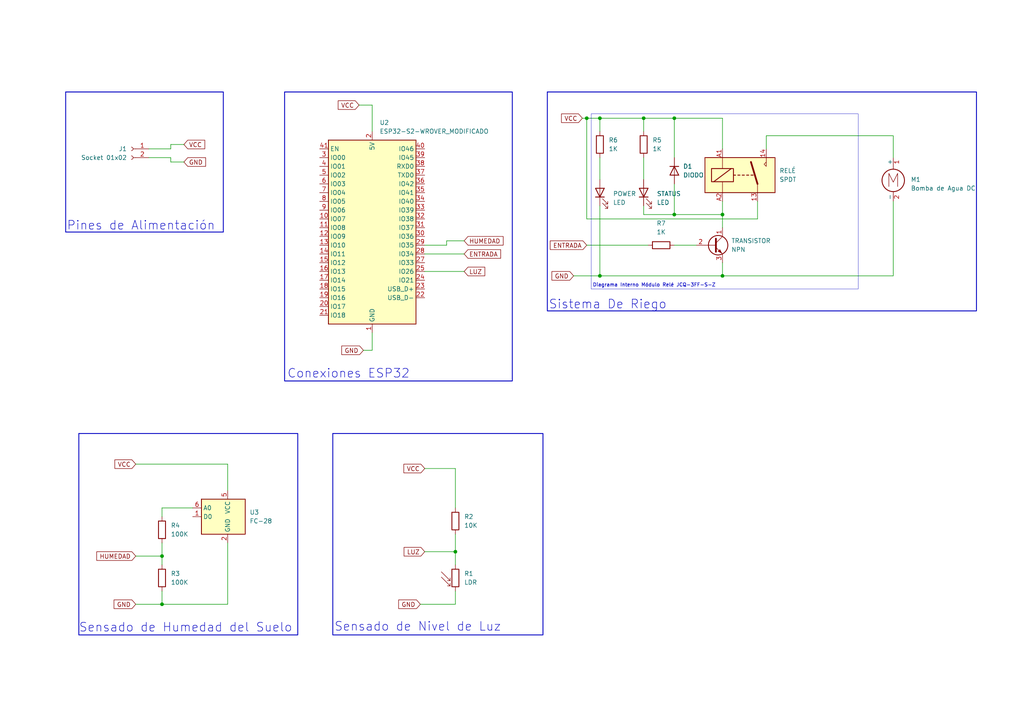
<source format=kicad_sch>
(kicad_sch (version 20250114) (generator "eeschema") (generator_version "9.0")
  (paper "A4")
  (title_block (title "Sistema de Riego Automático con Dashboard Online") (date "2025-11-29") (company "Comunicaciones Digitales") (comment 1 "Starita Lucas") (comment 2 "Sebastián Nehuén Garré"))
  (lib_symbols
    (symbol "Connector:Conn_01x02_Socket" (pin_names (offset 1.016) (hide yes))
      (property "Reference" "J" (at 0 2.54 0))
      (property "Value" "Conn_01x02_Socket" (at 0 -5.08 0))
      (symbol "Conn_01x02_Socket_1_1"
        (polyline (pts (xy -1.27 0) (xy -0.508 0)) (stroke (width 0.1524)))
        (polyline (pts (xy -1.27 -2.54) (xy -0.508 -2.54)) (stroke (width 0.1524)))
        (arc (start 0 -0.508) (mid -0.5058 0) (end 0 0.508) (stroke (width 0.1524)))
        (arc (start 0 -3.048) (mid -0.5058 -2.54) (end 0 -2.032) (stroke (width 0.1524)))
        (pin passive line (at -5.08 0 0) (length 3.81) (name "Pin_1") (number "1"))
        (pin passive line (at -5.08 -2.54 0) (length 3.81) (name "Pin_2") (number "2"))
      )
    )
    (symbol "Device:LED" (pin_numbers (hide yes)) (pin_names (offset 1.016) (hide yes))
      (property "Reference" "D" (at 0 2.54 0))
      (property "Value" "LED" (at 0 -2.54 0))
      (symbol "LED_0_1"
        (polyline (pts (xy -3.048 -0.762) (xy -4.572 -2.286) (xy -3.81 -2.286) (xy -4.572 -2.286) (xy -4.572 -1.524)))
        (polyline (pts (xy -1.778 -0.762) (xy -3.302 -2.286) (xy -2.54 -2.286) (xy -3.302 -2.286) (xy -3.302 -1.524)))
        (polyline (pts (xy -1.27 0) (xy 1.27 0)))
        (polyline (pts (xy -1.27 -1.27) (xy -1.27 1.27)) (stroke (width 0.254)))
        (polyline (pts (xy 1.27 -1.27) (xy 1.27 1.27) (xy -1.27 0) (xy 1.27 -1.27)) (stroke (width 0.254)))
      )
      (symbol "LED_1_1"
        (pin passive line (at -3.81 0 0) (length 2.54) (name "K") (number "1"))
        (pin passive line (at 3.81 0 180) (length 2.54) (name "A") (number "2"))
      )
    )
    (symbol "Device:R" (pin_numbers (hide yes)) (pin_names (offset 0))
      (property "Reference" "R" (at 2.032 0 90))
      (property "Value" "R" (at 0 0 90))
      (symbol "R_0_1"
        (rectangle (start -1.016 -2.54) (end 1.016 2.54) (stroke (width 0.254)))
      )
      (symbol "R_1_1"
        (pin passive line (at 0 3.81 270) (length 1.27) (name "~") (number "1"))
        (pin passive line (at 0 -3.81 90) (length 1.27) (name "~") (number "2"))
      )
    )
    (symbol "Diode:1N4148WT" (pin_numbers (hide yes)) (pin_names (hide yes))
      (property "Reference" "D" (at 0 2.54 0))
      (property "Value" "1N4148WT" (at 0 -2.54 0))
      (symbol "1N4148WT_0_1"
        (polyline (pts (xy -1.27 1.27) (xy -1.27 -1.27)) (stroke (width 0.254)))
        (polyline (pts (xy 1.27 1.27) (xy 1.27 -1.27) (xy -1.27 0) (xy 1.27 1.27)) (stroke (width 0.254)))
        (polyline (pts (xy 1.27 0) (xy -1.27 0)))
      )
      (symbol "1N4148WT_1_1"
        (pin passive line (at -3.81 0 0) (length 2.54) (name "K") (number "1"))
        (pin passive line (at 3.81 0 180) (length 2.54) (name "A") (number "2"))
      )
    )
    (symbol "MIS_SIMBOLOS:ESP32-S2-WROVER_MODIFICADO"
      (property "Reference" "U1" (at 2.1433 33.02 0))
      (property "Value" "ESP32-S2-WROVER_MODIFICADO" (at 2.1433 30.48 0))
      (symbol "ESP32-S2-WROVER_MODIFICADO_0_1"
        (rectangle (start -12.7 27.94) (end 12.7 -25.4) (stroke (width 0.254)) (fill (type background)))
      )
      (symbol "ESP32-S2-WROVER_MODIFICADO_1_1"
        (pin input line (at -15.24 25.4 0) (length 2.54) (name "EN") (number "41"))
        (pin bidirectional line (at -15.24 22.86 0) (length 2.54) (name "IO00") (number "3"))
        (pin bidirectional line (at -15.24 20.32 0) (length 2.54) (name "IO01") (number "4"))
        (pin bidirectional line (at -15.24 17.78 0) (length 2.54) (name "IO02") (number "5"))
        (pin bidirectional line (at -15.24 15.24 0) (length 2.54) (name "IO03") (number "6"))
        (pin bidirectional line (at -15.24 12.7 0) (length 2.54) (name "IO04") (number "7"))
        (pin bidirectional line (at -15.24 10.16 0) (length 2.54) (name "IO05") (number "8"))
        (pin bidirectional line (at -15.24 7.62 0) (length 2.54) (name "IO06") (number "9"))
        (pin bidirectional line (at -15.24 5.08 0) (length 2.54) (name "IO07") (number "10"))
        (pin bidirectional line (at -15.24 2.54 0) (length 2.54) (name "IO08") (number "11"))
        (pin bidirectional line (at -15.24 0 0) (length 2.54) (name "IO09") (number "12"))
        (pin bidirectional line (at -15.24 -2.54 0) (length 2.54) (name "IO10") (number "13"))
        (pin bidirectional line (at -15.24 -5.08 0) (length 2.54) (name "IO11") (number "14"))
        (pin bidirectional line (at -15.24 -7.62 0) (length 2.54) (name "IO12") (number "15"))
        (pin bidirectional line (at -15.24 -10.16 0) (length 2.54) (name "IO13") (number "16"))
        (pin bidirectional line (at -15.24 -12.7 0) (length 2.54) (name "IO14") (number "17"))
        (pin bidirectional line (at -15.24 -15.24 0) (length 2.54) (name "IO15") (number "18"))
        (pin bidirectional line (at -15.24 -17.78 0) (length 2.54) (name "IO16") (number "19"))
        (pin bidirectional line (at -15.24 -20.32 0) (length 2.54) (name "IO17") (number "20"))
        (pin bidirectional line (at -15.24 -22.86 0) (length 2.54) (name "IO18") (number "21"))
        (pin power_in line (at 0 30.48 270) (length 2.54) (name "5V") (number "2"))
        (pin power_in line (at 0 -27.94 90) (length 2.54) (name "GND") (number "1"))
        (pin passive line (at 0 -27.94 90) (length 2.54) (hide yes) (name "GND") (number "26"))
        (pin passive line (at 0 -27.94 90) (length 2.54) (hide yes) (name "GND") (number "42"))
        (pin passive line (at 0 -27.94 90) (length 2.54) (hide yes) (name "GND") (number "43"))
        (pin input line (at 15.24 25.4 180) (length 2.54) (name "IO46") (number "40"))
        (pin bidirectional line (at 15.24 22.86 180) (length 2.54) (name "IO45") (number "39"))
        (pin bidirectional line (at 15.24 20.32 180) (length 2.54) (name "RXD0") (number "38"))
        (pin bidirectional line (at 15.24 17.78 180) (length 2.54) (name "TXD0") (number "37"))
        (pin bidirectional line (at 15.24 15.24 180) (length 2.54) (name "IO42") (number "36"))
        (pin bidirectional line (at 15.24 12.7 180) (length 2.54) (name "IO41") (number "35"))
        (pin bidirectional line (at 15.24 10.16 180) (length 2.54) (name "IO40") (number "34"))
        (pin bidirectional line (at 15.24 7.62 180) (length 2.54) (name "IO39") (number "33"))
        (pin bidirectional line (at 15.24 5.08 180) (length 2.54) (name "IO38") (number "32"))
        (pin bidirectional line (at 15.24 2.54 180) (length 2.54) (name "IO37") (number "31"))
        (pin bidirectional line (at 15.24 0 180) (length 2.54) (name "IO36") (number "30"))
        (pin bidirectional line (at 15.24 -2.54 180) (length 2.54) (name "IO35") (number "29"))
        (pin bidirectional line (at 15.24 -5.08 180) (length 2.54) (name "IO34") (number "28"))
        (pin bidirectional line (at 15.24 -7.62 180) (length 2.54) (name "IO33") (number "27"))
        (pin bidirectional line (at 15.24 -10.16 180) (length 2.54) (name "IO26") (number "25"))
        (pin bidirectional line (at 15.24 -12.7 180) (length 2.54) (name "IO21") (number "24"))
        (pin bidirectional line (at 15.24 -15.24 180) (length 2.54) (name "USB_D+") (number "23"))
        (pin bidirectional line (at 15.24 -17.78 180) (length 2.54) (name "USB_D-") (number "22"))
      )
    )
    (symbol "MIS_SIMBOLOS:HDC1080_MODIFICADO"
      (property "Reference" "U2" (at -8.89 1.2701 0))
      (property "Value" "HDC1080_MODIFICADO" (at -8.89 -1.2699 0))
      (symbol "HDC1080_MODIFICADO_0_1"
        (rectangle (start -7.62 5.08) (end 5.08 -5.08) (stroke (width 0.254)) (fill (type background)))
      )
      (symbol "HDC1080_MODIFICADO_1_1"
        (pin no_connect line (at -7.62 2.54 0) (length 2.54) (hide yes) (name "DAP") (number "7"))
        (pin no_connect line (at -7.62 0 0) (length 2.54) (hide yes) (name "NC") (number "3"))
        (pin no_connect line (at -7.62 -2.54 0) (length 2.54) (hide yes) (name "NC") (number "4"))
        (pin power_in line (at -2.54 7.62 270) (length 2.54) (name "VCC") (number "5"))
        (pin power_in line (at -2.54 -7.62 90) (length 2.54) (name "GND") (number "2"))
        (pin input line (at 7.62 2.54 180) (length 2.54) (name "A0") (number "6"))
        (pin bidirectional line (at 7.62 0 180) (length 2.54) (name "D0") (number "1"))
      )
    )
    (symbol "Motor:Motor_DC" (pin_names (offset 0))
      (property "Reference" "M" (at 2.54 2.54 0))
      (property "Value" "Motor_DC" (at 2.54 -5.08 0))
      (symbol "Motor_DC_0_0"
        (polyline (pts (xy -1.27 -3.302) (xy -1.27 0.508) (xy 0 -2.032) (xy 1.27 0.508) (xy 1.27 -3.302)))
      )
      (symbol "Motor_DC_0_1"
        (polyline (pts (xy 0 2.032) (xy 0 2.54)))
        (polyline (pts (xy 0 1.7272) (xy 0 2.0828)))
        (circle (center 0 -1.524) (radius 3.2512) (stroke (width 0.254)))
        (polyline (pts (xy 0 -4.7752) (xy 0 -5.1816)))
        (polyline (pts (xy 0 -7.62) (xy 0 -7.112)))
      )
      (symbol "Motor_DC_1_1"
        (pin passive line (at 0 5.08 270) (length 2.54) (name "+") (number "1"))
        (pin passive line (at 0 -7.62 90) (length 2.54) (name "-") (number "2"))
      )
    )
    (symbol "Relay:Fujitsu_FTR-LYAA005x"
      (property "Reference" "K" (at 11.43 3.81 0))
      (property "Value" "Fujitsu_FTR-LYAA005x" (at 11.43 1.27 0))
      (symbol "Fujitsu_FTR-LYAA005x_0_0"
        (polyline (pts (xy 7.62 5.08) (xy 7.62 2.54) (xy 6.985 3.175) (xy 7.62 3.81)))
      )
      (symbol "Fujitsu_FTR-LYAA005x_0_1"
        (rectangle (start -10.16 5.08) (end 10.16 -5.08) (stroke (width 0.254)) (fill (type background)))
        (rectangle (start -8.255 1.905) (end -1.905 -1.905) (stroke (width 0.254)))
        (polyline (pts (xy -7.62 -1.905) (xy -2.54 1.905)) (stroke (width 0.254)))
        (polyline (pts (xy -5.08 5.08) (xy -5.08 1.905)))
        (polyline (pts (xy -5.08 -5.08) (xy -5.08 -1.905)))
        (polyline (pts (xy -1.905 0) (xy -1.27 0)) (stroke (width 0.254)))
        (polyline (pts (xy -0.635 0) (xy 0 0)) (stroke (width 0.254)))
        (polyline (pts (xy 0.635 0) (xy 1.27 0)) (stroke (width 0.254)))
        (polyline (pts (xy 1.905 0) (xy 2.54 0)) (stroke (width 0.254)))
        (polyline (pts (xy 3.175 0) (xy 3.81 0)) (stroke (width 0.254)))
        (polyline (pts (xy 5.08 -2.54) (xy 3.175 3.81)) (stroke (width 0.508)))
        (polyline (pts (xy 5.08 -2.54) (xy 5.08 -5.08)))
      )
      (symbol "Fujitsu_FTR-LYAA005x_1_1"
        (pin passive line (at -5.08 7.62 270) (length 2.54) (name "~") (number "A1"))
        (pin passive line (at -5.08 -7.62 90) (length 2.54) (name "~") (number "A2"))
        (pin passive line (at 5.08 -7.62 90) (length 2.54) (name "~") (number "13"))
        (pin passive line (at 7.62 7.62 270) (length 2.54) (name "~") (number "14"))
      )
    )
    (symbol "Sensor_Optical:LDR03" (pin_numbers (hide yes)) (pin_names (offset 0))
      (property "Reference" "R" (at -5.08 0 90))
      (property "Value" "LDR03" (at 1.905 0 90))
      (symbol "LDR03_0_1"
        (polyline (pts (xy -1.524 -0.762) (xy -4.064 1.778)))
        (polyline (pts (xy -1.524 -0.762) (xy -2.286 -0.762)))
        (polyline (pts (xy -1.524 -0.762) (xy -1.524 0)))
        (polyline (pts (xy -1.524 -2.286) (xy -4.064 0.254)))
        (polyline (pts (xy -1.524 -2.286) (xy -2.286 -2.286)))
        (polyline (pts (xy -1.524 -2.286) (xy -1.524 -1.524)))
        (rectangle (start -1.016 2.54) (end 1.016 -2.54) (stroke (width 0.254)))
      )
      (symbol "LDR03_1_1"
        (pin passive line (at 0 3.81 270) (length 1.27) (name "~") (number "1"))
        (pin passive line (at 0 -3.81 90) (length 1.27) (name "~") (number "2"))
      )
    )
    (symbol "Transistor_BJT:BC548" (pin_names (offset 0) (hide yes))
      (property "Reference" "Q" (at 5.08 1.905 0))
      (property "Value" "BC548" (at 5.08 0 0))
      (symbol "BC548_0_1"
        (polyline (pts (xy -2.54 0) (xy 0.635 0)))
        (polyline (pts (xy 0.635 1.905) (xy 0.635 -1.905)) (stroke (width 0.508)))
        (circle (center 1.27 0) (radius 2.8194) (stroke (width 0.254)))
      )
      (symbol "BC548_1_1"
        (polyline (pts (xy 0.635 0.635) (xy 2.54 2.54)))
        (polyline (pts (xy 0.635 -0.635) (xy 2.54 -2.54)))
        (polyline (pts (xy 1.27 -1.778) (xy 1.778 -1.27) (xy 2.286 -2.286) (xy 1.27 -1.778)) (fill (type outline)))
        (pin input line (at -5.08 0 0) (length 2.54) (name "B") (number "2"))
        (pin passive line (at 2.54 5.08 270) (length 2.54) (name "C") (number "1"))
        (pin passive line (at 2.54 -5.08 90) (length 2.54) (name "E") (number "3"))
      )
    )
  )
  (rectangle (start 96.52 125.73) (end 157.48 184.15) (stroke (width 0.254)))
  (rectangle (start 158.75 26.67) (end 283.21 90.17) (stroke (width 0.254)))
  (rectangle (start 82.55 26.67) (end 148.59 110.49) (stroke (width 0.254)))
  (rectangle (start 171.45 33.02) (end 248.92 83.82) (stroke (width 0.0762)))
  (rectangle (start 19.05 26.67) (end 64.77 67.31) (stroke (width 0.254)))
  (rectangle (start 22.86 125.73) (end 86.36 184.15) (stroke (width 0.254)))
  (text "Conexiones ESP32\n" (at 101.092 108.458 0) (effects (font (size 2.54 2.54))))
  (text "Pines de Alimentación\n" (at 40.894 65.532 0) (effects (font (size 2.54 2.54))))
  (text "Sensado de Nivel de Luz\n" (at 121.158 181.864 0) (effects (font (size 2.54 2.54))))
  (text "Diagrama Interno Módulo Relé JCQ-3FF-S-Z" (at 189.738 82.804 0) (effects (font (size 1.016 1.016))))
  (text "Sensado de Humedad del Suelo" (at 53.848 182.118 0) (effects (font (size 2.54 2.54))))
  (text "Sistema De Riego\n" (at 176.276 88.392 0) (effects (font (size 2.54 2.54))))
  (junction (at 46.99 161.29))
  (junction (at 195.58 62.23))
  (junction (at 209.55 80.01))
  (junction (at 46.99 175.26))
  (junction (at 173.99 34.29))
  (junction (at 195.58 34.29))
  (junction (at 173.99 80.01))
  (junction (at 186.69 34.29))
  (junction (at 170.18 34.29))
  (junction (at 209.55 62.23))
  (junction (at 132.08 160.02))
  (wire (pts (xy 39.37 134.62) (xy 66.04 134.62)))
  (wire (pts (xy 134.62 69.85) (xy 129.54 69.85)))
  (wire (pts (xy 222.25 39.37) (xy 259.08 39.37)))
  (wire (pts (xy 123.19 73.66) (xy 134.62 73.66)))
  (wire (pts (xy 195.58 34.29) (xy 195.58 45.72)))
  (wire (pts (xy 46.99 147.32) (xy 46.99 149.86)))
  (wire (pts (xy 129.54 69.85) (xy 129.54 71.12)))
  (wire (pts (xy 195.58 62.23) (xy 209.55 62.23)))
  (wire (pts (xy 195.58 34.29) (xy 186.69 34.29)))
  (wire (pts (xy 173.99 45.72) (xy 173.99 52.07)))
  (wire (pts (xy 49.53 46.99) (xy 53.34 46.99)))
  (wire (pts (xy 49.53 45.72) (xy 49.53 46.99)))
  (wire (pts (xy 66.04 134.62) (xy 66.04 142.24)))
  (wire (pts (xy 209.55 76.2) (xy 209.55 80.01)))
  (wire (pts (xy 55.88 147.32) (xy 46.99 147.32)))
  (wire (pts (xy 209.55 62.23) (xy 209.55 66.04)))
  (wire (pts (xy 123.19 78.74) (xy 134.62 78.74)))
  (wire (pts (xy 173.99 59.69) (xy 173.99 80.01)))
  (wire (pts (xy 195.58 53.34) (xy 195.58 62.23)))
  (wire (pts (xy 46.99 161.29) (xy 46.99 163.83)))
  (wire (pts (xy 186.69 38.1) (xy 186.69 34.29)))
  (wire (pts (xy 107.95 101.6) (xy 105.41 101.6)))
  (wire (pts (xy 66.04 175.26) (xy 46.99 175.26)))
  (wire (pts (xy 43.18 43.18) (xy 49.53 43.18)))
  (wire (pts (xy 39.37 175.26) (xy 46.99 175.26)))
  (wire (pts (xy 132.08 154.94) (xy 132.08 160.02)))
  (wire (pts (xy 209.55 43.18) (xy 209.55 34.29)))
  (wire (pts (xy 49.53 41.91) (xy 53.34 41.91)))
  (wire (pts (xy 132.08 175.26) (xy 121.92 175.26)))
  (wire (pts (xy 170.18 34.29) (xy 173.99 34.29)))
  (wire (pts (xy 129.54 71.12) (xy 123.19 71.12)))
  (wire (pts (xy 123.19 160.02) (xy 132.08 160.02)))
  (wire (pts (xy 43.18 45.72) (xy 49.53 45.72)))
  (wire (pts (xy 132.08 135.89) (xy 132.08 147.32)))
  (wire (pts (xy 46.99 157.48) (xy 46.99 161.29)))
  (wire (pts (xy 132.08 171.45) (xy 132.08 175.26)))
  (wire (pts (xy 170.18 63.5) (xy 219.71 63.5)))
  (wire (pts (xy 209.55 34.29) (xy 195.58 34.29)))
  (wire (pts (xy 186.69 59.69) (xy 186.69 62.23)))
  (wire (pts (xy 259.08 80.01) (xy 209.55 80.01)))
  (wire (pts (xy 259.08 39.37) (xy 259.08 45.72)))
  (wire (pts (xy 186.69 62.23) (xy 195.58 62.23)))
  (wire (pts (xy 107.95 96.52) (xy 107.95 101.6)))
  (wire (pts (xy 170.18 63.5) (xy 170.18 34.29)))
  (wire (pts (xy 222.25 43.18) (xy 222.25 39.37)))
  (wire (pts (xy 219.71 58.42) (xy 219.71 63.5)))
  (wire (pts (xy 107.95 30.48) (xy 107.95 38.1)))
  (wire (pts (xy 186.69 45.72) (xy 186.69 52.07)))
  (wire (pts (xy 209.55 58.42) (xy 209.55 62.23)))
  (wire (pts (xy 186.69 34.29) (xy 173.99 34.29)))
  (wire (pts (xy 104.14 30.48) (xy 107.95 30.48)))
  (wire (pts (xy 132.08 160.02) (xy 132.08 163.83)))
  (wire (pts (xy 39.37 161.29) (xy 46.99 161.29)))
  (wire (pts (xy 195.58 71.12) (xy 201.93 71.12)))
  (wire (pts (xy 132.08 135.89) (xy 123.19 135.89)))
  (wire (pts (xy 209.55 80.01) (xy 173.99 80.01)))
  (wire (pts (xy 170.18 71.12) (xy 187.96 71.12)))
  (wire (pts (xy 66.04 157.48) (xy 66.04 175.26)))
  (wire (pts (xy 173.99 34.29) (xy 173.99 38.1)))
  (wire (pts (xy 173.99 80.01) (xy 166.37 80.01)))
  (wire (pts (xy 49.53 43.18) (xy 49.53 41.91)))
  (wire (pts (xy 46.99 171.45) (xy 46.99 175.26)))
  (wire (pts (xy 168.91 34.29) (xy 170.18 34.29)))
  (wire (pts (xy 259.08 58.42) (xy 259.08 80.01)))
  (global_label "LUZ" (shape input) (at 134.62 78.74 0) (property "Intersheetrefs" "${INTERSHEET_REFS}" (effects (hide yes))))
  (global_label "ENTRADA" (shape input) (at 170.18 71.12 180) (property "Intersheetrefs" "${INTERSHEET_REFS}" (effects (hide yes))))
  (global_label "VCC" (shape input) (at 168.91 34.29 180) (property "Intersheetrefs" "${INTERSHEET_REFS}" (effects (hide yes))))
  (global_label "GND" (shape input) (at 39.37 175.26 180) (property "Intersheetrefs" "${INTERSHEET_REFS}" (effects (hide yes))))
  (global_label "HUMEDAD" (shape input) (at 134.62 69.85 0) (property "Intersheetrefs" "${INTERSHEET_REFS}" (effects (hide yes))))
  (global_label "HUMEDAD" (shape input) (at 39.37 161.29 180) (property "Intersheetrefs" "${INTERSHEET_REFS}" (effects (hide yes))))
  (global_label "GND" (shape input) (at 105.41 101.6 180) (property "Intersheetrefs" "${INTERSHEET_REFS}" (effects (hide yes))))
  (global_label "GND" (shape input) (at 121.92 175.26 180) (property "Intersheetrefs" "${INTERSHEET_REFS}" (effects (hide yes))))
  (global_label "VCC" (shape input) (at 39.37 134.62 180) (property "Intersheetrefs" "${INTERSHEET_REFS}" (effects (hide yes))))
  (global_label "GND" (shape input) (at 53.34 46.99 0) (property "Intersheetrefs" "${INTERSHEET_REFS}" (effects (hide yes))))
  (global_label "VCC" (shape input) (at 123.19 135.89 180) (property "Intersheetrefs" "${INTERSHEET_REFS}" (effects (hide yes))))
  (global_label "ENTRADA" (shape input) (at 134.62 73.66 0) (property "Intersheetrefs" "${INTERSHEET_REFS}" (effects (hide yes))))
  (global_label "GND" (shape input) (at 166.37 80.01 180) (property "Intersheetrefs" "${INTERSHEET_REFS}" (effects (hide yes))))
  (global_label "VCC" (shape input) (at 53.34 41.91 0) (property "Intersheetrefs" "${INTERSHEET_REFS}" (effects (hide yes))))
  (global_label "LUZ" (shape input) (at 123.19 160.02 180) (property "Intersheetrefs" "${INTERSHEET_REFS}" (effects (hide yes))))
  (global_label "VCC" (shape input) (at 104.14 30.48 180) (property "Intersheetrefs" "${INTERSHEET_REFS}" (effects (hide yes))))
  (symbol (lib_id "Device:R") (at 132.08 151.13 0) (unit 1)
    (property "Reference" "R2" (at 134.62 149.8599 0) (effects (justify left)))
    (property "Value" "10K" (at 134.62 152.3999 0) (effects (justify left)))
    (property "Description" "Resistor" (effects (hide yes)))
  )
  (symbol (lib_id "Device:LED") (at 173.99 55.88 90) (unit 1)
    (property "Reference" "POWER" (at 177.8 56.1974 90) (effects (justify right)))
    (property "Value" "LED" (at 177.8 58.7374 90) (effects (justify right)))
    (property "Description" "Light emitting diode" (effects (hide yes)))
    (property "Sim.Pins" "1=K 2=A" (effects (hide yes)))
  )
  (symbol (lib_id "Device:R") (at 186.69 41.91 0) (unit 1)
    (property "Reference" "R5" (at 189.23 40.6399 0) (effects (justify left)))
    (property "Value" "1K" (at 189.23 43.1799 0) (effects (justify left)))
    (property "Description" "Resistor" (effects (hide yes)))
  )
  (symbol (lib_id "Device:R") (at 191.77 71.12 90) (unit 1)
    (property "Reference" "R7" (at 191.77 64.77 90))
    (property "Value" "1K" (at 191.77 67.31 90))
    (property "Description" "Resistor" (effects (hide yes)))
  )
  (symbol (lib_id "Motor:Motor_DC") (at 259.08 50.8 0) (unit 1)
    (property "Reference" "M1" (at 264.16 52.0699 0) (effects (justify left)))
    (property "Value" "Bomba de Agua DC" (at 264.16 54.6099 0) (effects (justify left)))
    (property "Description" "DC Motor" (effects (hide yes)))
  )
  (symbol (lib_id "Device:R") (at 173.99 41.91 0) (unit 1)
    (property "Reference" "R6" (at 176.53 40.6399 0) (effects (justify left)))
    (property "Value" "1K" (at 176.53 43.1799 0) (effects (justify left)))
    (property "Description" "Resistor" (effects (hide yes)))
  )
  (symbol (lib_id "MIS_SIMBOLOS:ESP32-S2-WROVER_MODIFICADO") (at 107.95 68.58 0) (unit 1)
    (property "Reference" "U2" (at 110.0933 35.56 0) (effects (justify left)))
    (property "Value" "ESP32-S2-WROVER_MODIFICADO" (at 110.0933 38.1 0) (effects (justify left)))
    (property "Footprint" "RF_Module:ESP32-WROOM-32D" (effects (hide yes)))
    (property "Datasheet" "https://www.espressif.com/sites/default/files/documentation/esp32-s2-wroom_esp32-s2-wroom-i_datasheet_en.pdf" (effects (hide yes)))
    (property "Description" "RF Module, ESP32-D0WDQ6 SoC, Wi-Fi 802.11b/g/n, 32-bit, 2.7-3.6V, onboard antenna, SMD" (effects (hide yes)))
  )
  (symbol (lib_id "Connector:Conn_01x02_Socket") (at 38.1 43.18 0) (mirror y) (unit 1)
    (property "Reference" "J1" (at 36.83 43.1799 0) (effects (justify left)))
    (property "Value" "Socket 01x02" (at 36.83 45.7199 0) (effects (justify left)))
    (property "Description" "Generic connector, single row, 01x02, script generated" (effects (hide yes)))
  )
  (symbol (lib_id "Device:LED") (at 186.69 55.88 90) (unit 1)
    (property "Reference" "STATUS" (at 190.5 56.1974 90) (effects (justify right)))
    (property "Value" "LED" (at 190.5 58.7374 90) (effects (justify right)))
    (property "Description" "Light emitting diode" (effects (hide yes)))
    (property "Sim.Pins" "1=K 2=A" (effects (hide yes)))
  )
  (symbol (lib_id "Sensor_Optical:LDR03") (at 132.08 167.64 0) (unit 1)
    (property "Reference" "R1" (at 134.62 166.3699 0) (effects (justify left)))
    (property "Value" "LDR" (at 134.62 168.9099 0) (effects (justify left)))
    (property "Footprint" "OptoDevice:R_LDR_10x8.5mm_P7.6mm_Vertical" (effects (hide yes)))
    (property "Datasheet" "http://www.elektronica-componenten.nl/WebRoot/StoreNL/Shops/61422969/54F1/BA0C/C664/31B9/2173/C0A8/2AB9/2AEF/LDR03IMP.pdf" (effects (hide yes)))
    (property "Description" "light dependent resistor" (effects (hide yes)))
  )
  (symbol (lib_id "Relay:Fujitsu_FTR-LYAA005x") (at 214.63 50.8 0) (unit 1)
    (property "Reference" "RELÉ" (at 226.06 49.5299 0) (effects (justify left)))
    (property "Value" "SPDT" (at 226.06 52.0699 0) (effects (justify left)))
    (property "Footprint" "Relay_THT:Relay_SPST-NO_Fujitsu_FTR-LYAA005x_FormA_Vertical" (effects (hide yes)))
    (property "Datasheet" "https://www.fujitsu.com/sg/imagesgig5/ftr-ly.pdf" (effects (hide yes)))
    (property "Description" "Relay, SPST Form A, vertical mount, 5-60V coil, 6A, 250VAC, 28 x 5 x 15mm" (effects (hide yes)))
  )
  (symbol (lib_id "Diode:1N4148WT") (at 195.58 49.53 270) (unit 1)
    (property "Reference" "D1" (at 198.12 48.2599 90) (effects (justify left)))
    (property "Value" "DIODO" (at 198.12 50.7999 90) (effects (justify left)))
    (property "Footprint" "Diode_SMD:D_SOD-523" (effects (hide yes)))
    (property "Datasheet" "https://www.diodes.com/assets/Datasheets/ds30396.pdf" (effects (hide yes)))
    (property "Description" "75V 0.15A Fast switching Diode, SOD-523" (effects (hide yes)))
    (property "Sim.Device" "D" (effects (hide yes)))
    (property "Sim.Pins" "1=K 2=A" (effects (hide yes)))
  )
  (symbol (lib_id "Transistor_BJT:BC548") (at 207.01 71.12 0) (unit 1)
    (property "Reference" "TRANSISTOR" (at 212.09 69.8499 0) (effects (justify left)))
    (property "Value" "NPN" (at 212.09 72.3899 0) (effects (justify left)))
    (property "Footprint" "Package_TO_SOT_THT:TO-92_Inline" (effects (hide yes)))
    (property "Datasheet" "https://www.onsemi.com/pub/Collateral/BC550-D.pdf" (effects (hide yes)))
    (property "Description" "0.1A Ic, 30V Vce, Small Signal NPN Transistor, TO-92" (effects (hide yes)))
  )
  (symbol (lib_id "Device:R") (at 46.99 167.64 0) (unit 1)
    (property "Reference" "R3" (at 49.53 166.3699 0) (effects (justify left)))
    (property "Value" "100K" (at 49.53 168.9099 0) (effects (justify left)))
    (property "Description" "Resistor" (effects (hide yes)))
  )
  (symbol (lib_id "Device:R") (at 46.99 153.67 0) (unit 1)
    (property "Reference" "R4" (at 49.53 152.3999 0) (effects (justify left)))
    (property "Value" "100K" (at 49.53 154.9399 0) (effects (justify left)))
    (property "Description" "Resistor" (effects (hide yes)))
  )
  (symbol (lib_id "MIS_SIMBOLOS:HDC1080_MODIFICADO") (at 63.5 149.86 0) (mirror y) (unit 1)
    (property "Reference" "U3" (at 72.39 148.5899 0) (effects (justify right)))
    (property "Value" "FC-28" (at 72.39 151.1299 0) (effects (justify right)))
    (property "Footprint" "Package_SON:Texas_PWSON-N6" (effects (hide yes)))
    (property "Datasheet" "http://www.ti.com/lit/ds/symlink/hdc1080.pdf" (effects (hide yes)))
    (property "Description" "Low Power,High Accuracy Digital Humidity Sensor with Temperature Sensor" (effects (hide yes)))
  )
)
</source>
